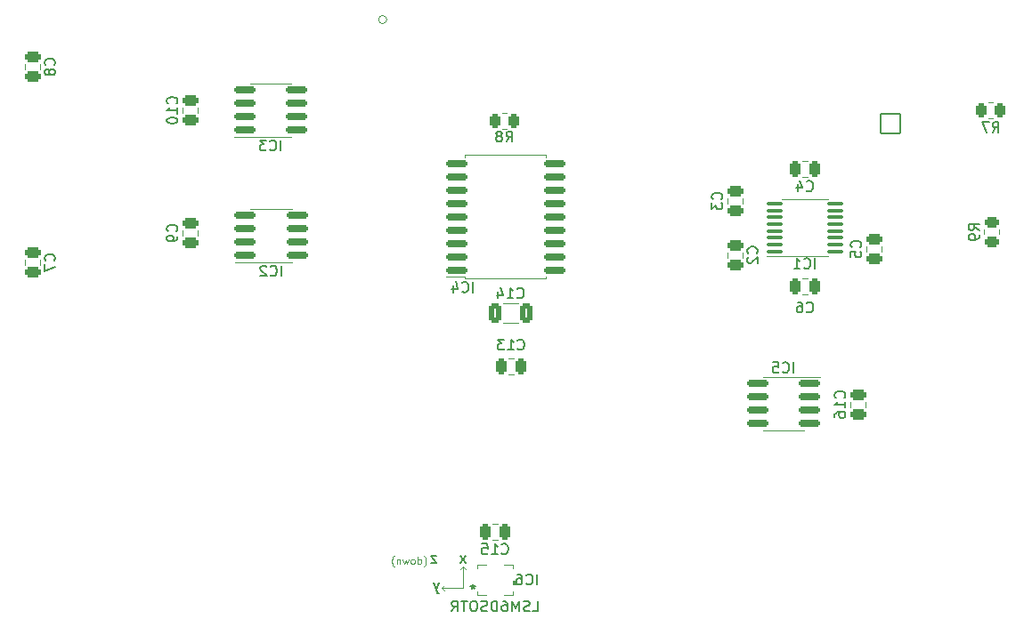
<source format=gbo>
%TF.GenerationSoftware,KiCad,Pcbnew,(6.0.7-1)-1*%
%TF.CreationDate,2022-11-19T17:58:52-08:00*%
%TF.ProjectId,telemetry-pcb,74656c65-6d65-4747-9279-2d7063622e6b,rev?*%
%TF.SameCoordinates,Original*%
%TF.FileFunction,Legend,Bot*%
%TF.FilePolarity,Positive*%
%FSLAX46Y46*%
G04 Gerber Fmt 4.6, Leading zero omitted, Abs format (unit mm)*
G04 Created by KiCad (PCBNEW (6.0.7-1)-1) date 2022-11-19 17:58:52*
%MOMM*%
%LPD*%
G01*
G04 APERTURE LIST*
G04 Aperture macros list*
%AMRoundRect*
0 Rectangle with rounded corners*
0 $1 Rounding radius*
0 $2 $3 $4 $5 $6 $7 $8 $9 X,Y pos of 4 corners*
0 Add a 4 corners polygon primitive as box body*
4,1,4,$2,$3,$4,$5,$6,$7,$8,$9,$2,$3,0*
0 Add four circle primitives for the rounded corners*
1,1,$1+$1,$2,$3*
1,1,$1+$1,$4,$5*
1,1,$1+$1,$6,$7*
1,1,$1+$1,$8,$9*
0 Add four rect primitives between the rounded corners*
20,1,$1+$1,$2,$3,$4,$5,0*
20,1,$1+$1,$4,$5,$6,$7,0*
20,1,$1+$1,$6,$7,$8,$9,0*
20,1,$1+$1,$8,$9,$2,$3,0*%
G04 Aperture macros list end*
%ADD10C,0.120000*%
%ADD11C,0.150000*%
%ADD12C,0.100000*%
%ADD13C,2.000000*%
%ADD14C,1.400000*%
%ADD15R,1.700000X1.700000*%
%ADD16O,1.700000X1.700000*%
%ADD17C,3.556000*%
%ADD18C,1.524000*%
%ADD19C,3.400000*%
%ADD20R,1.690000X1.690000*%
%ADD21C,1.690000*%
%ADD22C,3.454400*%
%ADD23C,1.676400*%
%ADD24C,4.000000*%
%ADD25C,3.300000*%
%ADD26RoundRect,0.101600X-0.939800X0.939800X-0.939800X-0.939800X0.939800X-0.939800X0.939800X0.939800X0*%
%ADD27C,2.082800*%
%ADD28R,1.600000X1.600000*%
%ADD29C,1.600000*%
%ADD30RoundRect,0.250000X0.475000X-0.250000X0.475000X0.250000X-0.475000X0.250000X-0.475000X-0.250000X0*%
%ADD31RoundRect,0.250000X-0.475000X0.250000X-0.475000X-0.250000X0.475000X-0.250000X0.475000X0.250000X0*%
%ADD32RoundRect,0.250000X-0.250000X-0.475000X0.250000X-0.475000X0.250000X0.475000X-0.250000X0.475000X0*%
%ADD33RoundRect,0.250000X0.250000X0.475000X-0.250000X0.475000X-0.250000X-0.475000X0.250000X-0.475000X0*%
%ADD34RoundRect,0.249999X0.325001X0.650001X-0.325001X0.650001X-0.325001X-0.650001X0.325001X-0.650001X0*%
%ADD35RoundRect,0.100000X-0.637500X-0.100000X0.637500X-0.100000X0.637500X0.100000X-0.637500X0.100000X0*%
%ADD36RoundRect,0.150000X-0.825000X-0.150000X0.825000X-0.150000X0.825000X0.150000X-0.825000X0.150000X0*%
%ADD37R,2.290000X3.000000*%
%ADD38RoundRect,0.150000X-0.875000X-0.150000X0.875000X-0.150000X0.875000X0.150000X-0.875000X0.150000X0*%
%ADD39RoundRect,0.150000X0.825000X0.150000X-0.825000X0.150000X-0.825000X-0.150000X0.825000X-0.150000X0*%
%ADD40R,0.576580X0.351536*%
%ADD41R,0.351536X0.576580*%
%ADD42RoundRect,0.249999X0.262501X0.450001X-0.262501X0.450001X-0.262501X-0.450001X0.262501X-0.450001X0*%
%ADD43RoundRect,0.249999X-0.262501X-0.450001X0.262501X-0.450001X0.262501X0.450001X-0.262501X0.450001X0*%
%ADD44RoundRect,0.249999X-0.450001X0.262501X-0.450001X-0.262501X0.450001X-0.262501X0.450001X0.262501X0*%
G04 APERTURE END LIST*
D10*
X134645400Y-120459500D02*
X134899400Y-120205500D01*
X133121400Y-121983500D02*
X132867400Y-122237500D01*
X133121400Y-122491500D02*
X132867400Y-122237500D01*
X134899400Y-120205500D02*
X135153400Y-120459500D01*
X134899400Y-122237500D02*
X134899400Y-120205500D01*
X134899400Y-122237500D02*
X132867400Y-122237500D01*
D11*
X132367304Y-119229214D02*
X131843495Y-119229214D01*
X132367304Y-119895880D01*
X131843495Y-119895880D01*
D12*
X131193093Y-120238424D02*
X131226427Y-120205091D01*
X131293093Y-120105091D01*
X131326427Y-120038424D01*
X131359760Y-119938424D01*
X131393093Y-119771757D01*
X131393093Y-119638424D01*
X131359760Y-119471757D01*
X131326427Y-119371757D01*
X131293093Y-119305091D01*
X131226427Y-119205091D01*
X131193093Y-119171757D01*
X130626427Y-119971757D02*
X130626427Y-119271757D01*
X130626427Y-119938424D02*
X130693093Y-119971757D01*
X130826427Y-119971757D01*
X130893093Y-119938424D01*
X130926427Y-119905091D01*
X130959760Y-119838424D01*
X130959760Y-119638424D01*
X130926427Y-119571757D01*
X130893093Y-119538424D01*
X130826427Y-119505091D01*
X130693093Y-119505091D01*
X130626427Y-119538424D01*
X130193093Y-119971757D02*
X130259760Y-119938424D01*
X130293093Y-119905091D01*
X130326427Y-119838424D01*
X130326427Y-119638424D01*
X130293093Y-119571757D01*
X130259760Y-119538424D01*
X130193093Y-119505091D01*
X130093093Y-119505091D01*
X130026427Y-119538424D01*
X129993093Y-119571757D01*
X129959760Y-119638424D01*
X129959760Y-119838424D01*
X129993093Y-119905091D01*
X130026427Y-119938424D01*
X130093093Y-119971757D01*
X130193093Y-119971757D01*
X129726427Y-119505091D02*
X129593093Y-119971757D01*
X129459760Y-119638424D01*
X129326427Y-119971757D01*
X129193093Y-119505091D01*
X128926427Y-119505091D02*
X128926427Y-119971757D01*
X128926427Y-119571757D02*
X128893093Y-119538424D01*
X128826427Y-119505091D01*
X128726427Y-119505091D01*
X128659760Y-119538424D01*
X128626427Y-119605091D01*
X128626427Y-119971757D01*
X128359760Y-120238424D02*
X128326427Y-120205091D01*
X128259760Y-120105091D01*
X128226427Y-120038424D01*
X128193093Y-119938424D01*
X128159760Y-119771757D01*
X128159760Y-119638424D01*
X128193093Y-119471757D01*
X128226427Y-119371757D01*
X128259760Y-119305091D01*
X128326427Y-119205091D01*
X128359760Y-119171757D01*
D11*
X135161304Y-119895880D02*
X134637495Y-119229214D01*
X135161304Y-119229214D02*
X134637495Y-119895880D01*
X132597495Y-121769214D02*
X132359400Y-122435880D01*
X132121304Y-121769214D02*
X132359400Y-122435880D01*
X132454638Y-122673976D01*
X132502257Y-122721595D01*
X132597495Y-122769214D01*
X162844542Y-90386833D02*
X162892161Y-90339214D01*
X162939780Y-90196357D01*
X162939780Y-90101119D01*
X162892161Y-89958261D01*
X162796923Y-89863023D01*
X162701685Y-89815404D01*
X162511209Y-89767785D01*
X162368352Y-89767785D01*
X162177876Y-89815404D01*
X162082638Y-89863023D01*
X161987400Y-89958261D01*
X161939780Y-90101119D01*
X161939780Y-90196357D01*
X161987400Y-90339214D01*
X162035019Y-90386833D01*
X162035019Y-90767785D02*
X161987400Y-90815404D01*
X161939780Y-90910642D01*
X161939780Y-91148738D01*
X161987400Y-91243976D01*
X162035019Y-91291595D01*
X162130257Y-91339214D01*
X162225495Y-91339214D01*
X162368352Y-91291595D01*
X162939780Y-90720166D01*
X162939780Y-91339214D01*
X159484542Y-85240833D02*
X159532161Y-85193214D01*
X159579780Y-85050357D01*
X159579780Y-84955119D01*
X159532161Y-84812261D01*
X159436923Y-84717023D01*
X159341685Y-84669404D01*
X159151209Y-84621785D01*
X159008352Y-84621785D01*
X158817876Y-84669404D01*
X158722638Y-84717023D01*
X158627400Y-84812261D01*
X158579780Y-84955119D01*
X158579780Y-85050357D01*
X158627400Y-85193214D01*
X158675019Y-85240833D01*
X158579780Y-85574166D02*
X158579780Y-86193214D01*
X158960733Y-85859880D01*
X158960733Y-86002738D01*
X159008352Y-86097976D01*
X159055971Y-86145595D01*
X159151209Y-86193214D01*
X159389304Y-86193214D01*
X159484542Y-86145595D01*
X159532161Y-86097976D01*
X159579780Y-86002738D01*
X159579780Y-85717023D01*
X159532161Y-85621785D01*
X159484542Y-85574166D01*
X167578066Y-84396642D02*
X167625685Y-84444261D01*
X167768542Y-84491880D01*
X167863780Y-84491880D01*
X168006638Y-84444261D01*
X168101876Y-84349023D01*
X168149495Y-84253785D01*
X168197114Y-84063309D01*
X168197114Y-83920452D01*
X168149495Y-83729976D01*
X168101876Y-83634738D01*
X168006638Y-83539500D01*
X167863780Y-83491880D01*
X167768542Y-83491880D01*
X167625685Y-83539500D01*
X167578066Y-83587119D01*
X166720923Y-83825214D02*
X166720923Y-84491880D01*
X166959019Y-83444261D02*
X167197114Y-84158547D01*
X166578066Y-84158547D01*
X172692542Y-89812833D02*
X172740161Y-89765214D01*
X172787780Y-89622357D01*
X172787780Y-89527119D01*
X172740161Y-89384261D01*
X172644923Y-89289023D01*
X172549685Y-89241404D01*
X172359209Y-89193785D01*
X172216352Y-89193785D01*
X172025876Y-89241404D01*
X171930638Y-89289023D01*
X171835400Y-89384261D01*
X171787780Y-89527119D01*
X171787780Y-89622357D01*
X171835400Y-89765214D01*
X171883019Y-89812833D01*
X171787780Y-90717595D02*
X171787780Y-90241404D01*
X172263971Y-90193785D01*
X172216352Y-90241404D01*
X172168733Y-90336642D01*
X172168733Y-90574738D01*
X172216352Y-90669976D01*
X172263971Y-90717595D01*
X172359209Y-90765214D01*
X172597304Y-90765214D01*
X172692542Y-90717595D01*
X172740161Y-90669976D01*
X172787780Y-90574738D01*
X172787780Y-90336642D01*
X172740161Y-90241404D01*
X172692542Y-90193785D01*
X167578066Y-95924642D02*
X167625685Y-95972261D01*
X167768542Y-96019880D01*
X167863780Y-96019880D01*
X168006638Y-95972261D01*
X168101876Y-95877023D01*
X168149495Y-95781785D01*
X168197114Y-95591309D01*
X168197114Y-95448452D01*
X168149495Y-95257976D01*
X168101876Y-95162738D01*
X168006638Y-95067500D01*
X167863780Y-95019880D01*
X167768542Y-95019880D01*
X167625685Y-95067500D01*
X167578066Y-95115119D01*
X166720923Y-95019880D02*
X166911400Y-95019880D01*
X167006638Y-95067500D01*
X167054257Y-95115119D01*
X167149495Y-95257976D01*
X167197114Y-95448452D01*
X167197114Y-95829404D01*
X167149495Y-95924642D01*
X167101876Y-95972261D01*
X167006638Y-96019880D01*
X166816161Y-96019880D01*
X166720923Y-95972261D01*
X166673304Y-95924642D01*
X166625685Y-95829404D01*
X166625685Y-95591309D01*
X166673304Y-95496071D01*
X166720923Y-95448452D01*
X166816161Y-95400833D01*
X167006638Y-95400833D01*
X167101876Y-95448452D01*
X167149495Y-95496071D01*
X167197114Y-95591309D01*
X96042542Y-91082833D02*
X96090161Y-91035214D01*
X96137780Y-90892357D01*
X96137780Y-90797119D01*
X96090161Y-90654261D01*
X95994923Y-90559023D01*
X95899685Y-90511404D01*
X95709209Y-90463785D01*
X95566352Y-90463785D01*
X95375876Y-90511404D01*
X95280638Y-90559023D01*
X95185400Y-90654261D01*
X95137780Y-90797119D01*
X95137780Y-90892357D01*
X95185400Y-91035214D01*
X95233019Y-91082833D01*
X95137780Y-91416166D02*
X95137780Y-92082833D01*
X96137780Y-91654261D01*
X96042542Y-72474833D02*
X96090161Y-72427214D01*
X96137780Y-72284357D01*
X96137780Y-72189119D01*
X96090161Y-72046261D01*
X95994923Y-71951023D01*
X95899685Y-71903404D01*
X95709209Y-71855785D01*
X95566352Y-71855785D01*
X95375876Y-71903404D01*
X95280638Y-71951023D01*
X95185400Y-72046261D01*
X95137780Y-72189119D01*
X95137780Y-72284357D01*
X95185400Y-72427214D01*
X95233019Y-72474833D01*
X95566352Y-73046261D02*
X95518733Y-72951023D01*
X95471114Y-72903404D01*
X95375876Y-72855785D01*
X95328257Y-72855785D01*
X95233019Y-72903404D01*
X95185400Y-72951023D01*
X95137780Y-73046261D01*
X95137780Y-73236738D01*
X95185400Y-73331976D01*
X95233019Y-73379595D01*
X95328257Y-73427214D01*
X95375876Y-73427214D01*
X95471114Y-73379595D01*
X95518733Y-73331976D01*
X95566352Y-73236738D01*
X95566352Y-73046261D01*
X95613971Y-72951023D01*
X95661590Y-72903404D01*
X95756828Y-72855785D01*
X95947304Y-72855785D01*
X96042542Y-72903404D01*
X96090161Y-72951023D01*
X96137780Y-73046261D01*
X96137780Y-73236738D01*
X96090161Y-73331976D01*
X96042542Y-73379595D01*
X95947304Y-73427214D01*
X95756828Y-73427214D01*
X95661590Y-73379595D01*
X95613971Y-73331976D01*
X95566352Y-73236738D01*
X107668542Y-88288833D02*
X107716161Y-88241214D01*
X107763780Y-88098357D01*
X107763780Y-88003119D01*
X107716161Y-87860261D01*
X107620923Y-87765023D01*
X107525685Y-87717404D01*
X107335209Y-87669785D01*
X107192352Y-87669785D01*
X107001876Y-87717404D01*
X106906638Y-87765023D01*
X106811400Y-87860261D01*
X106763780Y-88003119D01*
X106763780Y-88098357D01*
X106811400Y-88241214D01*
X106859019Y-88288833D01*
X107763780Y-88765023D02*
X107763780Y-88955500D01*
X107716161Y-89050738D01*
X107668542Y-89098357D01*
X107525685Y-89193595D01*
X107335209Y-89241214D01*
X106954257Y-89241214D01*
X106859019Y-89193595D01*
X106811400Y-89145976D01*
X106763780Y-89050738D01*
X106763780Y-88860261D01*
X106811400Y-88765023D01*
X106859019Y-88717404D01*
X106954257Y-88669785D01*
X107192352Y-88669785D01*
X107287590Y-88717404D01*
X107335209Y-88765023D01*
X107382828Y-88860261D01*
X107382828Y-89050738D01*
X107335209Y-89145976D01*
X107287590Y-89193595D01*
X107192352Y-89241214D01*
X107668542Y-76128642D02*
X107716161Y-76081023D01*
X107763780Y-75938166D01*
X107763780Y-75842928D01*
X107716161Y-75700071D01*
X107620923Y-75604833D01*
X107525685Y-75557214D01*
X107335209Y-75509595D01*
X107192352Y-75509595D01*
X107001876Y-75557214D01*
X106906638Y-75604833D01*
X106811400Y-75700071D01*
X106763780Y-75842928D01*
X106763780Y-75938166D01*
X106811400Y-76081023D01*
X106859019Y-76128642D01*
X107763780Y-77081023D02*
X107763780Y-76509595D01*
X107763780Y-76795309D02*
X106763780Y-76795309D01*
X106906638Y-76700071D01*
X107001876Y-76604833D01*
X107049495Y-76509595D01*
X106763780Y-77700071D02*
X106763780Y-77795309D01*
X106811400Y-77890547D01*
X106859019Y-77938166D01*
X106954257Y-77985785D01*
X107144733Y-78033404D01*
X107382828Y-78033404D01*
X107573304Y-77985785D01*
X107668542Y-77938166D01*
X107716161Y-77890547D01*
X107763780Y-77795309D01*
X107763780Y-77700071D01*
X107716161Y-77604833D01*
X107668542Y-77557214D01*
X107573304Y-77509595D01*
X107382828Y-77461976D01*
X107144733Y-77461976D01*
X106954257Y-77509595D01*
X106859019Y-77557214D01*
X106811400Y-77604833D01*
X106763780Y-77700071D01*
X140114257Y-99480642D02*
X140161876Y-99528261D01*
X140304733Y-99575880D01*
X140399971Y-99575880D01*
X140542828Y-99528261D01*
X140638066Y-99433023D01*
X140685685Y-99337785D01*
X140733304Y-99147309D01*
X140733304Y-99004452D01*
X140685685Y-98813976D01*
X140638066Y-98718738D01*
X140542828Y-98623500D01*
X140399971Y-98575880D01*
X140304733Y-98575880D01*
X140161876Y-98623500D01*
X140114257Y-98671119D01*
X139161876Y-99575880D02*
X139733304Y-99575880D01*
X139447590Y-99575880D02*
X139447590Y-98575880D01*
X139542828Y-98718738D01*
X139638066Y-98813976D01*
X139733304Y-98861595D01*
X138828542Y-98575880D02*
X138209495Y-98575880D01*
X138542828Y-98956833D01*
X138399971Y-98956833D01*
X138304733Y-99004452D01*
X138257114Y-99052071D01*
X138209495Y-99147309D01*
X138209495Y-99385404D01*
X138257114Y-99480642D01*
X138304733Y-99528261D01*
X138399971Y-99575880D01*
X138685685Y-99575880D01*
X138780923Y-99528261D01*
X138828542Y-99480642D01*
X140065257Y-94582642D02*
X140112876Y-94630261D01*
X140255733Y-94677880D01*
X140350971Y-94677880D01*
X140493828Y-94630261D01*
X140589066Y-94535023D01*
X140636685Y-94439785D01*
X140684304Y-94249309D01*
X140684304Y-94106452D01*
X140636685Y-93915976D01*
X140589066Y-93820738D01*
X140493828Y-93725500D01*
X140350971Y-93677880D01*
X140255733Y-93677880D01*
X140112876Y-93725500D01*
X140065257Y-93773119D01*
X139112876Y-94677880D02*
X139684304Y-94677880D01*
X139398590Y-94677880D02*
X139398590Y-93677880D01*
X139493828Y-93820738D01*
X139589066Y-93915976D01*
X139684304Y-93963595D01*
X138255733Y-94011214D02*
X138255733Y-94677880D01*
X138493828Y-93630261D02*
X138731923Y-94344547D01*
X138112876Y-94344547D01*
X138590257Y-118940642D02*
X138637876Y-118988261D01*
X138780733Y-119035880D01*
X138875971Y-119035880D01*
X139018828Y-118988261D01*
X139114066Y-118893023D01*
X139161685Y-118797785D01*
X139209304Y-118607309D01*
X139209304Y-118464452D01*
X139161685Y-118273976D01*
X139114066Y-118178738D01*
X139018828Y-118083500D01*
X138875971Y-118035880D01*
X138780733Y-118035880D01*
X138637876Y-118083500D01*
X138590257Y-118131119D01*
X137637876Y-119035880D02*
X138209304Y-119035880D01*
X137923590Y-119035880D02*
X137923590Y-118035880D01*
X138018828Y-118178738D01*
X138114066Y-118273976D01*
X138209304Y-118321595D01*
X136733114Y-118035880D02*
X137209304Y-118035880D01*
X137256923Y-118512071D01*
X137209304Y-118464452D01*
X137114066Y-118416833D01*
X136875971Y-118416833D01*
X136780733Y-118464452D01*
X136733114Y-118512071D01*
X136685495Y-118607309D01*
X136685495Y-118845404D01*
X136733114Y-118940642D01*
X136780733Y-118988261D01*
X136875971Y-119035880D01*
X137114066Y-119035880D01*
X137209304Y-118988261D01*
X137256923Y-118940642D01*
X171168542Y-104134642D02*
X171216161Y-104087023D01*
X171263780Y-103944166D01*
X171263780Y-103848928D01*
X171216161Y-103706071D01*
X171120923Y-103610833D01*
X171025685Y-103563214D01*
X170835209Y-103515595D01*
X170692352Y-103515595D01*
X170501876Y-103563214D01*
X170406638Y-103610833D01*
X170311400Y-103706071D01*
X170263780Y-103848928D01*
X170263780Y-103944166D01*
X170311400Y-104087023D01*
X170359019Y-104134642D01*
X171263780Y-105087023D02*
X171263780Y-104515595D01*
X171263780Y-104801309D02*
X170263780Y-104801309D01*
X170406638Y-104706071D01*
X170501876Y-104610833D01*
X170549495Y-104515595D01*
X170263780Y-105944166D02*
X170263780Y-105753690D01*
X170311400Y-105658452D01*
X170359019Y-105610833D01*
X170501876Y-105515595D01*
X170692352Y-105467976D01*
X171073304Y-105467976D01*
X171168542Y-105515595D01*
X171216161Y-105563214D01*
X171263780Y-105658452D01*
X171263780Y-105848928D01*
X171216161Y-105944166D01*
X171168542Y-105991785D01*
X171073304Y-106039404D01*
X170835209Y-106039404D01*
X170739971Y-105991785D01*
X170692352Y-105944166D01*
X170644733Y-105848928D01*
X170644733Y-105658452D01*
X170692352Y-105563214D01*
X170739971Y-105515595D01*
X170835209Y-105467976D01*
X168387590Y-91849880D02*
X168387590Y-90849880D01*
X167339971Y-91754642D02*
X167387590Y-91802261D01*
X167530447Y-91849880D01*
X167625685Y-91849880D01*
X167768542Y-91802261D01*
X167863780Y-91707023D01*
X167911400Y-91611785D01*
X167959019Y-91421309D01*
X167959019Y-91278452D01*
X167911400Y-91087976D01*
X167863780Y-90992738D01*
X167768542Y-90897500D01*
X167625685Y-90849880D01*
X167530447Y-90849880D01*
X167387590Y-90897500D01*
X167339971Y-90945119D01*
X166387590Y-91849880D02*
X166959019Y-91849880D01*
X166673304Y-91849880D02*
X166673304Y-90849880D01*
X166768542Y-90992738D01*
X166863780Y-91087976D01*
X166959019Y-91135595D01*
X117649590Y-92549880D02*
X117649590Y-91549880D01*
X116601971Y-92454642D02*
X116649590Y-92502261D01*
X116792447Y-92549880D01*
X116887685Y-92549880D01*
X117030542Y-92502261D01*
X117125780Y-92407023D01*
X117173400Y-92311785D01*
X117221019Y-92121309D01*
X117221019Y-91978452D01*
X117173400Y-91787976D01*
X117125780Y-91692738D01*
X117030542Y-91597500D01*
X116887685Y-91549880D01*
X116792447Y-91549880D01*
X116649590Y-91597500D01*
X116601971Y-91645119D01*
X116221019Y-91645119D02*
X116173400Y-91597500D01*
X116078161Y-91549880D01*
X115840066Y-91549880D01*
X115744828Y-91597500D01*
X115697209Y-91645119D01*
X115649590Y-91740357D01*
X115649590Y-91835595D01*
X115697209Y-91978452D01*
X116268638Y-92549880D01*
X115649590Y-92549880D01*
X117587590Y-80623880D02*
X117587590Y-79623880D01*
X116539971Y-80528642D02*
X116587590Y-80576261D01*
X116730447Y-80623880D01*
X116825685Y-80623880D01*
X116968542Y-80576261D01*
X117063780Y-80481023D01*
X117111400Y-80385785D01*
X117159019Y-80195309D01*
X117159019Y-80052452D01*
X117111400Y-79861976D01*
X117063780Y-79766738D01*
X116968542Y-79671500D01*
X116825685Y-79623880D01*
X116730447Y-79623880D01*
X116587590Y-79671500D01*
X116539971Y-79719119D01*
X116206638Y-79623880D02*
X115587590Y-79623880D01*
X115920923Y-80004833D01*
X115778066Y-80004833D01*
X115682828Y-80052452D01*
X115635209Y-80100071D01*
X115587590Y-80195309D01*
X115587590Y-80433404D01*
X115635209Y-80528642D01*
X115682828Y-80576261D01*
X115778066Y-80623880D01*
X116063780Y-80623880D01*
X116159019Y-80576261D01*
X116206638Y-80528642D01*
X135875590Y-94103880D02*
X135875590Y-93103880D01*
X134827971Y-94008642D02*
X134875590Y-94056261D01*
X135018447Y-94103880D01*
X135113685Y-94103880D01*
X135256542Y-94056261D01*
X135351780Y-93961023D01*
X135399400Y-93865785D01*
X135447019Y-93675309D01*
X135447019Y-93532452D01*
X135399400Y-93341976D01*
X135351780Y-93246738D01*
X135256542Y-93151500D01*
X135113685Y-93103880D01*
X135018447Y-93103880D01*
X134875590Y-93151500D01*
X134827971Y-93199119D01*
X133970828Y-93437214D02*
X133970828Y-94103880D01*
X134208923Y-93056261D02*
X134447019Y-93770547D01*
X133827971Y-93770547D01*
X166355590Y-101763880D02*
X166355590Y-100763880D01*
X165307971Y-101668642D02*
X165355590Y-101716261D01*
X165498447Y-101763880D01*
X165593685Y-101763880D01*
X165736542Y-101716261D01*
X165831780Y-101621023D01*
X165879400Y-101525785D01*
X165927019Y-101335309D01*
X165927019Y-101192452D01*
X165879400Y-101001976D01*
X165831780Y-100906738D01*
X165736542Y-100811500D01*
X165593685Y-100763880D01*
X165498447Y-100763880D01*
X165355590Y-100811500D01*
X165307971Y-100859119D01*
X164403209Y-100763880D02*
X164879400Y-100763880D01*
X164927019Y-101240071D01*
X164879400Y-101192452D01*
X164784161Y-101144833D01*
X164546066Y-101144833D01*
X164450828Y-101192452D01*
X164403209Y-101240071D01*
X164355590Y-101335309D01*
X164355590Y-101573404D01*
X164403209Y-101668642D01*
X164450828Y-101716261D01*
X164546066Y-101763880D01*
X164784161Y-101763880D01*
X164879400Y-101716261D01*
X164927019Y-101668642D01*
X141971590Y-121927880D02*
X141971590Y-120927880D01*
X140923971Y-121832642D02*
X140971590Y-121880261D01*
X141114447Y-121927880D01*
X141209685Y-121927880D01*
X141352542Y-121880261D01*
X141447780Y-121785023D01*
X141495400Y-121689785D01*
X141543019Y-121499309D01*
X141543019Y-121356452D01*
X141495400Y-121165976D01*
X141447780Y-121070738D01*
X141352542Y-120975500D01*
X141209685Y-120927880D01*
X141114447Y-120927880D01*
X140971590Y-120975500D01*
X140923971Y-121023119D01*
X140066828Y-120927880D02*
X140257304Y-120927880D01*
X140352542Y-120975500D01*
X140400161Y-121023119D01*
X140495400Y-121165976D01*
X140543019Y-121356452D01*
X140543019Y-121737404D01*
X140495400Y-121832642D01*
X140447780Y-121880261D01*
X140352542Y-121927880D01*
X140162066Y-121927880D01*
X140066828Y-121880261D01*
X140019209Y-121832642D01*
X139971590Y-121737404D01*
X139971590Y-121499309D01*
X140019209Y-121404071D01*
X140066828Y-121356452D01*
X140162066Y-121308833D01*
X140352542Y-121308833D01*
X140447780Y-121356452D01*
X140495400Y-121404071D01*
X140543019Y-121499309D01*
X141542638Y-124467880D02*
X142018828Y-124467880D01*
X142018828Y-123467880D01*
X141256923Y-124420261D02*
X141114066Y-124467880D01*
X140875971Y-124467880D01*
X140780733Y-124420261D01*
X140733114Y-124372642D01*
X140685495Y-124277404D01*
X140685495Y-124182166D01*
X140733114Y-124086928D01*
X140780733Y-124039309D01*
X140875971Y-123991690D01*
X141066447Y-123944071D01*
X141161685Y-123896452D01*
X141209304Y-123848833D01*
X141256923Y-123753595D01*
X141256923Y-123658357D01*
X141209304Y-123563119D01*
X141161685Y-123515500D01*
X141066447Y-123467880D01*
X140828352Y-123467880D01*
X140685495Y-123515500D01*
X140256923Y-124467880D02*
X140256923Y-123467880D01*
X139923590Y-124182166D01*
X139590257Y-123467880D01*
X139590257Y-124467880D01*
X138685495Y-123467880D02*
X138875971Y-123467880D01*
X138971209Y-123515500D01*
X139018828Y-123563119D01*
X139114066Y-123705976D01*
X139161685Y-123896452D01*
X139161685Y-124277404D01*
X139114066Y-124372642D01*
X139066447Y-124420261D01*
X138971209Y-124467880D01*
X138780733Y-124467880D01*
X138685495Y-124420261D01*
X138637876Y-124372642D01*
X138590257Y-124277404D01*
X138590257Y-124039309D01*
X138637876Y-123944071D01*
X138685495Y-123896452D01*
X138780733Y-123848833D01*
X138971209Y-123848833D01*
X139066447Y-123896452D01*
X139114066Y-123944071D01*
X139161685Y-124039309D01*
X138161685Y-124467880D02*
X138161685Y-123467880D01*
X137923590Y-123467880D01*
X137780733Y-123515500D01*
X137685495Y-123610738D01*
X137637876Y-123705976D01*
X137590257Y-123896452D01*
X137590257Y-124039309D01*
X137637876Y-124229785D01*
X137685495Y-124325023D01*
X137780733Y-124420261D01*
X137923590Y-124467880D01*
X138161685Y-124467880D01*
X137209304Y-124420261D02*
X137066447Y-124467880D01*
X136828352Y-124467880D01*
X136733114Y-124420261D01*
X136685495Y-124372642D01*
X136637876Y-124277404D01*
X136637876Y-124182166D01*
X136685495Y-124086928D01*
X136733114Y-124039309D01*
X136828352Y-123991690D01*
X137018828Y-123944071D01*
X137114066Y-123896452D01*
X137161685Y-123848833D01*
X137209304Y-123753595D01*
X137209304Y-123658357D01*
X137161685Y-123563119D01*
X137114066Y-123515500D01*
X137018828Y-123467880D01*
X136780733Y-123467880D01*
X136637876Y-123515500D01*
X136018828Y-123467880D02*
X135828352Y-123467880D01*
X135733114Y-123515500D01*
X135637876Y-123610738D01*
X135590257Y-123801214D01*
X135590257Y-124134547D01*
X135637876Y-124325023D01*
X135733114Y-124420261D01*
X135828352Y-124467880D01*
X136018828Y-124467880D01*
X136114066Y-124420261D01*
X136209304Y-124325023D01*
X136256923Y-124134547D01*
X136256923Y-123801214D01*
X136209304Y-123610738D01*
X136114066Y-123515500D01*
X136018828Y-123467880D01*
X135304542Y-123467880D02*
X134733114Y-123467880D01*
X135018828Y-124467880D02*
X135018828Y-123467880D01*
X133828352Y-124467880D02*
X134161685Y-123991690D01*
X134399780Y-124467880D02*
X134399780Y-123467880D01*
X134018828Y-123467880D01*
X133923590Y-123515500D01*
X133875971Y-123563119D01*
X133828352Y-123658357D01*
X133828352Y-123801214D01*
X133875971Y-123896452D01*
X133923590Y-123944071D01*
X134018828Y-123991690D01*
X134399780Y-123991690D01*
X135864600Y-121927880D02*
X135864600Y-122165976D01*
X136102695Y-122070738D02*
X135864600Y-122165976D01*
X135626504Y-122070738D01*
X136007457Y-122356452D02*
X135864600Y-122165976D01*
X135721742Y-122356452D01*
X135864600Y-121927880D02*
X135864600Y-122165976D01*
X136102695Y-122070738D02*
X135864600Y-122165976D01*
X135626504Y-122070738D01*
X136007457Y-122356452D02*
X135864600Y-122165976D01*
X135721742Y-122356452D01*
X139026566Y-79763880D02*
X139359900Y-79287690D01*
X139597995Y-79763880D02*
X139597995Y-78763880D01*
X139217042Y-78763880D01*
X139121804Y-78811500D01*
X139074185Y-78859119D01*
X139026566Y-78954357D01*
X139026566Y-79097214D01*
X139074185Y-79192452D01*
X139121804Y-79240071D01*
X139217042Y-79287690D01*
X139597995Y-79287690D01*
X138455138Y-79192452D02*
X138550376Y-79144833D01*
X138597995Y-79097214D01*
X138645614Y-79001976D01*
X138645614Y-78954357D01*
X138597995Y-78859119D01*
X138550376Y-78811500D01*
X138455138Y-78763880D01*
X138264661Y-78763880D01*
X138169423Y-78811500D01*
X138121804Y-78859119D01*
X138074185Y-78954357D01*
X138074185Y-79001976D01*
X138121804Y-79097214D01*
X138169423Y-79144833D01*
X138264661Y-79192452D01*
X138455138Y-79192452D01*
X138550376Y-79240071D01*
X138597995Y-79287690D01*
X138645614Y-79382928D01*
X138645614Y-79573404D01*
X138597995Y-79668642D01*
X138550376Y-79716261D01*
X138455138Y-79763880D01*
X138264661Y-79763880D01*
X138169423Y-79716261D01*
X138121804Y-79668642D01*
X138074185Y-79573404D01*
X138074185Y-79382928D01*
X138121804Y-79287690D01*
X138169423Y-79240071D01*
X138264661Y-79192452D01*
X185254566Y-78873880D02*
X185587900Y-78397690D01*
X185825995Y-78873880D02*
X185825995Y-77873880D01*
X185445042Y-77873880D01*
X185349804Y-77921500D01*
X185302185Y-77969119D01*
X185254566Y-78064357D01*
X185254566Y-78207214D01*
X185302185Y-78302452D01*
X185349804Y-78350071D01*
X185445042Y-78397690D01*
X185825995Y-78397690D01*
X184921233Y-77873880D02*
X184254566Y-77873880D01*
X184683138Y-78873880D01*
X183993780Y-88185333D02*
X183517590Y-87852000D01*
X183993780Y-87613904D02*
X182993780Y-87613904D01*
X182993780Y-87994857D01*
X183041400Y-88090095D01*
X183089019Y-88137714D01*
X183184257Y-88185333D01*
X183327114Y-88185333D01*
X183422352Y-88137714D01*
X183469971Y-88090095D01*
X183517590Y-87994857D01*
X183517590Y-87613904D01*
X183993780Y-88661523D02*
X183993780Y-88852000D01*
X183946161Y-88947238D01*
X183898542Y-88994857D01*
X183755685Y-89090095D01*
X183565209Y-89137714D01*
X183184257Y-89137714D01*
X183089019Y-89090095D01*
X183041400Y-89042476D01*
X182993780Y-88947238D01*
X182993780Y-88756761D01*
X183041400Y-88661523D01*
X183089019Y-88613904D01*
X183184257Y-88566285D01*
X183422352Y-88566285D01*
X183517590Y-88613904D01*
X183565209Y-88661523D01*
X183612828Y-88756761D01*
X183612828Y-88947238D01*
X183565209Y-89042476D01*
X183517590Y-89090095D01*
X183422352Y-89137714D01*
D10*
X127660400Y-68135500D02*
G75*
G03*
X127660400Y-68135500I-381000J0D01*
G01*
X160072400Y-90814752D02*
X160072400Y-90292248D01*
X161542400Y-90814752D02*
X161542400Y-90292248D01*
X161542400Y-85146248D02*
X161542400Y-85668752D01*
X160072400Y-85146248D02*
X160072400Y-85668752D01*
X167150148Y-81624500D02*
X167672652Y-81624500D01*
X167150148Y-83094500D02*
X167672652Y-83094500D01*
X173280400Y-89718248D02*
X173280400Y-90240752D01*
X174750400Y-89718248D02*
X174750400Y-90240752D01*
X167672652Y-92800500D02*
X167150148Y-92800500D01*
X167672652Y-94270500D02*
X167150148Y-94270500D01*
X93270400Y-91510752D02*
X93270400Y-90988248D01*
X94740400Y-91510752D02*
X94740400Y-90988248D01*
X94740400Y-72902752D02*
X94740400Y-72380248D01*
X93270400Y-72902752D02*
X93270400Y-72380248D01*
X109726400Y-88194248D02*
X109726400Y-88716752D01*
X108256400Y-88194248D02*
X108256400Y-88716752D01*
X108256400Y-76510248D02*
X108256400Y-77032752D01*
X109726400Y-76510248D02*
X109726400Y-77032752D01*
X139210148Y-100420500D02*
X139732652Y-100420500D01*
X139210148Y-101890500D02*
X139732652Y-101890500D01*
X140133652Y-95165500D02*
X138711148Y-95165500D01*
X140133652Y-96985500D02*
X138711148Y-96985500D01*
X137686148Y-117638500D02*
X138208652Y-117638500D01*
X137686148Y-116168500D02*
X138208652Y-116168500D01*
X171756400Y-104516248D02*
X171756400Y-105038752D01*
X173226400Y-104516248D02*
X173226400Y-105038752D01*
X167411400Y-90682500D02*
X169611400Y-90682500D01*
X167411400Y-85212500D02*
X169611400Y-85212500D01*
X167411400Y-90682500D02*
X163811400Y-90682500D01*
X167411400Y-85212500D02*
X165211400Y-85212500D01*
X116673400Y-86137500D02*
X114723400Y-86137500D01*
X116673400Y-86137500D02*
X118623400Y-86137500D01*
X116673400Y-91257500D02*
X113223400Y-91257500D01*
X116673400Y-91257500D02*
X118623400Y-91257500D01*
X116611400Y-74211500D02*
X114661400Y-74211500D01*
X116611400Y-79331500D02*
X118561400Y-79331500D01*
X116611400Y-79331500D02*
X113161400Y-79331500D01*
X116611400Y-74211500D02*
X118561400Y-74211500D01*
X138963400Y-81046500D02*
X142823400Y-81046500D01*
X138963400Y-81046500D02*
X135103400Y-81046500D01*
X135103400Y-92571500D02*
X133288400Y-92571500D01*
X142823400Y-81046500D02*
X142823400Y-81291500D01*
X135103400Y-81046500D02*
X135103400Y-81291500D01*
X142823400Y-92816500D02*
X142823400Y-92571500D01*
X138963400Y-92816500D02*
X135103400Y-92816500D01*
X135103400Y-92816500D02*
X135103400Y-92571500D01*
X138963400Y-92816500D02*
X142823400Y-92816500D01*
X165379400Y-102151500D02*
X168829400Y-102151500D01*
X165379400Y-107271500D02*
X167329400Y-107271500D01*
X165379400Y-107271500D02*
X163429400Y-107271500D01*
X165379400Y-102151500D02*
X163429400Y-102151500D01*
X138814180Y-120053100D02*
X139623800Y-120053100D01*
X137080620Y-122897900D02*
X136271000Y-122897900D01*
X139623800Y-122897900D02*
X138814180Y-122897900D01*
X136271000Y-122897900D02*
X136271000Y-122592282D01*
X136271000Y-120053100D02*
X137080620Y-120053100D01*
X139623800Y-122592282D02*
X139623800Y-122897900D01*
X136271000Y-120358718D02*
X136271000Y-120053100D01*
X139623800Y-120053100D02*
X139623800Y-120358718D01*
G36*
X139903200Y-121916000D02*
G01*
X139649200Y-121916000D01*
X139649200Y-121534999D01*
X139903200Y-121534999D01*
X139903200Y-121916000D01*
G37*
D12*
X139903200Y-121916000D02*
X139649200Y-121916000D01*
X139649200Y-121534999D01*
X139903200Y-121534999D01*
X139903200Y-121916000D01*
D10*
X139086964Y-77052500D02*
X138632836Y-77052500D01*
X139086964Y-78522500D02*
X138632836Y-78522500D01*
X184860836Y-76036500D02*
X185314964Y-76036500D01*
X184860836Y-77506500D02*
X185314964Y-77506500D01*
X184456400Y-88124936D02*
X184456400Y-88579064D01*
X185926400Y-88124936D02*
X185926400Y-88579064D01*
%LPC*%
D13*
X98069400Y-89499500D03*
X98069400Y-92999500D03*
X98069400Y-71211500D03*
X98069400Y-74711500D03*
D14*
X123723400Y-121475500D03*
X121183400Y-121475500D03*
D15*
X152171400Y-118645500D03*
D16*
X152171400Y-115887500D03*
X152171400Y-113347500D03*
X152171400Y-110807500D03*
X152171400Y-108267500D03*
X152171400Y-105727500D03*
X152171400Y-103187500D03*
X152171400Y-100647500D03*
X152171400Y-98107500D03*
X152171400Y-95567500D03*
X152171400Y-93027500D03*
X152171400Y-90487500D03*
X152171400Y-87947500D03*
X152171400Y-85407500D03*
X152171400Y-82867500D03*
D15*
X124739400Y-108775500D03*
D16*
X124739400Y-106235500D03*
X124739400Y-103695500D03*
X124739400Y-101155500D03*
X124739400Y-98615500D03*
X124739400Y-96075500D03*
X124739400Y-93535500D03*
X124739400Y-90995500D03*
X124739400Y-88455500D03*
X124739400Y-85915500D03*
X124739400Y-83375500D03*
X124739400Y-80835500D03*
D14*
X186207400Y-68135500D03*
X183667400Y-68135500D03*
D17*
X147345400Y-122491500D03*
X129565400Y-76771500D03*
X147345400Y-76771500D03*
X129565400Y-122491500D03*
D18*
X148615400Y-116141500D03*
X148615400Y-80581500D03*
X148615400Y-108521500D03*
X148615400Y-105981500D03*
X148615400Y-103441500D03*
X148615400Y-100901500D03*
X148615400Y-98361500D03*
X148615400Y-95821500D03*
X128295400Y-85661500D03*
X128295400Y-88201500D03*
X128295400Y-90741500D03*
X128295400Y-93281500D03*
X128295400Y-95821500D03*
X128295400Y-98361500D03*
X128295400Y-100901500D03*
X128295400Y-105981500D03*
X148615400Y-111061500D03*
X128295400Y-108521500D03*
X148615400Y-113601500D03*
X148615400Y-88201500D03*
X148615400Y-90741500D03*
X148615400Y-118681500D03*
X148615400Y-85661500D03*
X148615400Y-93281500D03*
X128295400Y-83121500D03*
X128295400Y-80581500D03*
X148615400Y-83121500D03*
X128295400Y-103441500D03*
D19*
X107721400Y-120464500D03*
X102641400Y-120464500D03*
D20*
X106451400Y-111824500D03*
D21*
X103911400Y-111824500D03*
D22*
X131089400Y-59495499D03*
X141249400Y-59495499D03*
D23*
X132359400Y-68135500D03*
X134899400Y-68135500D03*
X137439400Y-68135500D03*
X139979400Y-68135500D03*
D19*
X185196400Y-113093500D03*
X185196400Y-105473500D03*
D20*
X176556400Y-106743500D03*
D21*
X176556400Y-109283500D03*
X176556400Y-111823500D03*
D19*
X185196400Y-93281500D03*
X185196400Y-100901500D03*
D20*
X176556400Y-94551500D03*
D21*
X176556400Y-97091500D03*
X176556400Y-99631500D03*
D15*
X109499400Y-67627500D03*
D16*
X109499400Y-65087500D03*
X112039400Y-67627500D03*
X112039400Y-65087500D03*
D15*
X117119400Y-67627500D03*
D16*
X117119400Y-65087500D03*
X119659400Y-67627500D03*
X119659400Y-65087500D03*
X122199400Y-67627500D03*
X122199400Y-65087500D03*
D24*
X95000000Y-60000000D03*
X95000000Y-120000000D03*
X185000000Y-60000000D03*
X185000000Y-120000000D03*
D25*
X170459400Y-76761500D03*
D13*
X178079400Y-79301500D03*
X178079400Y-74221500D03*
D26*
X175539400Y-78041500D03*
D27*
X175539400Y-75501500D03*
D13*
X156743400Y-122927500D03*
X156743400Y-118427500D03*
X163243400Y-118427500D03*
X163243400Y-122927500D03*
D14*
X92735400Y-112331500D03*
X95275400Y-112331500D03*
X178587400Y-122491500D03*
X178587400Y-119951500D03*
D15*
X179603400Y-84391500D03*
D16*
X179603400Y-86931500D03*
D24*
X175037400Y-64175500D03*
X150037400Y-64175500D03*
D28*
X156997400Y-65595500D03*
D29*
X159767400Y-65595500D03*
X162537400Y-65595500D03*
X165307400Y-65595500D03*
X168077400Y-65595500D03*
X158382400Y-62755500D03*
X161152400Y-62755500D03*
X163922400Y-62755500D03*
X166692400Y-62755500D03*
D30*
X160807400Y-91503500D03*
X160807400Y-89603500D03*
D31*
X160807400Y-84457500D03*
X160807400Y-86357500D03*
D32*
X166461400Y-82359500D03*
X168361400Y-82359500D03*
D31*
X174015400Y-89029500D03*
X174015400Y-90929500D03*
D33*
X168361400Y-93535500D03*
X166461400Y-93535500D03*
D30*
X94005400Y-92199500D03*
X94005400Y-90299500D03*
X94005400Y-73591500D03*
X94005400Y-71691500D03*
D31*
X108991400Y-87505500D03*
X108991400Y-89405500D03*
X108991400Y-75821500D03*
X108991400Y-77721500D03*
D32*
X138521400Y-101155500D03*
X140421400Y-101155500D03*
D34*
X140897400Y-96075500D03*
X137947400Y-96075500D03*
D32*
X136997400Y-116903500D03*
X138897400Y-116903500D03*
D31*
X172491400Y-103827500D03*
X172491400Y-105727500D03*
D35*
X164548900Y-90222500D03*
X164548900Y-89572500D03*
X164548900Y-88922500D03*
X164548900Y-88272500D03*
X164548900Y-87622500D03*
X164548900Y-86972500D03*
X164548900Y-86322500D03*
X164548900Y-85672500D03*
X170273900Y-85672500D03*
X170273900Y-86322500D03*
X170273900Y-86972500D03*
X170273900Y-87622500D03*
X170273900Y-88272500D03*
X170273900Y-88922500D03*
X170273900Y-89572500D03*
X170273900Y-90222500D03*
D36*
X114198400Y-90602500D03*
X114198400Y-89332500D03*
X114198400Y-88062500D03*
X114198400Y-86792500D03*
X119148400Y-86792500D03*
X119148400Y-88062500D03*
X119148400Y-89332500D03*
X119148400Y-90602500D03*
D37*
X116673400Y-88697500D03*
D36*
X114136400Y-78676500D03*
X114136400Y-77406500D03*
X114136400Y-76136500D03*
X114136400Y-74866500D03*
X119086400Y-74866500D03*
X119086400Y-76136500D03*
X119086400Y-77406500D03*
X119086400Y-78676500D03*
D37*
X116611400Y-76771500D03*
D38*
X134313400Y-92011500D03*
X134313400Y-90741500D03*
X134313400Y-89471500D03*
X134313400Y-88201500D03*
X134313400Y-86931500D03*
X134313400Y-85661500D03*
X134313400Y-84391500D03*
X134313400Y-83121500D03*
X134313400Y-81851500D03*
X143613400Y-81851500D03*
X143613400Y-83121500D03*
X143613400Y-84391500D03*
X143613400Y-85661500D03*
X143613400Y-86931500D03*
X143613400Y-88201500D03*
X143613400Y-89471500D03*
X143613400Y-90741500D03*
X143613400Y-92011500D03*
D39*
X167854400Y-102806500D03*
X167854400Y-104076500D03*
X167854400Y-105346500D03*
X167854400Y-106616500D03*
X162904400Y-106616500D03*
X162904400Y-105346500D03*
X162904400Y-104076500D03*
X162904400Y-102806500D03*
D37*
X165379400Y-104711500D03*
D40*
X136737100Y-122225501D03*
X136737100Y-121725500D03*
X136737100Y-121225500D03*
X136737100Y-120725499D03*
D41*
X137447401Y-120519200D03*
X137947400Y-120519200D03*
X138447399Y-120519200D03*
D40*
X139157700Y-120725499D03*
X139157700Y-121225500D03*
X139157700Y-121725500D03*
X139157700Y-122225501D03*
D41*
X138447399Y-122431800D03*
X137947400Y-122431800D03*
X137447401Y-122431800D03*
D42*
X139772400Y-77787500D03*
X137947400Y-77787500D03*
D43*
X184175400Y-76771500D03*
X186000400Y-76771500D03*
D44*
X185191400Y-87439500D03*
X185191400Y-89264500D03*
M02*

</source>
